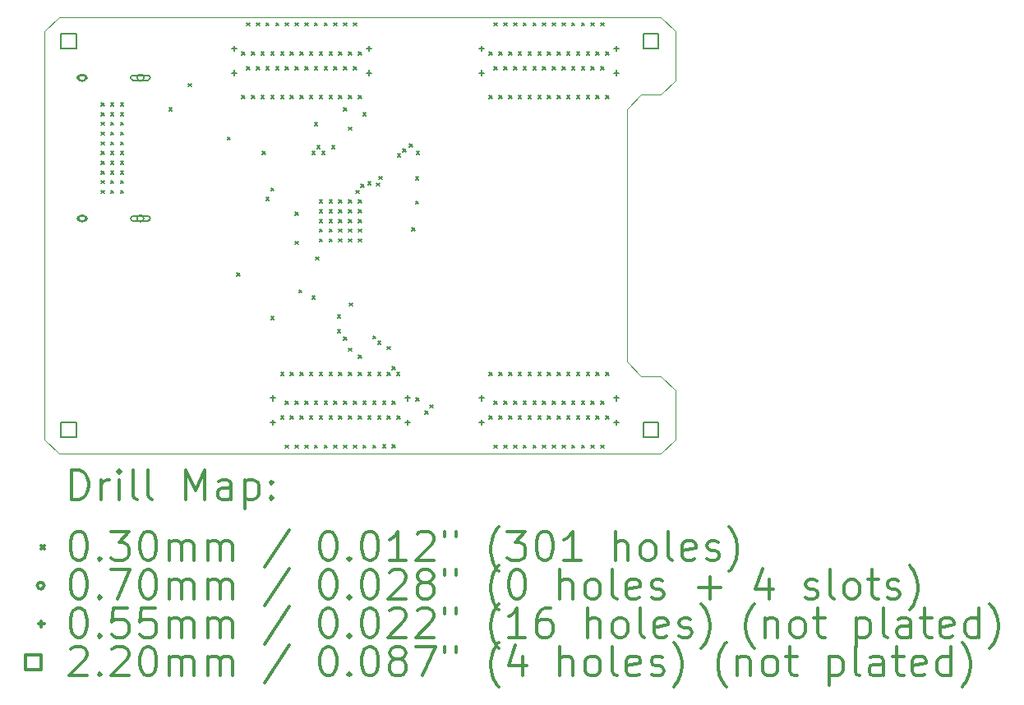
<source format=gbr>
%FSLAX45Y45*%
G04 Gerber Fmt 4.5, Leading zero omitted, Abs format (unit mm)*
G04 Created by KiCad (PCBNEW (5.1.2-1)-1) date 2020-04-01 22:23:00*
%MOMM*%
%LPD*%
G04 APERTURE LIST*
%ADD10C,0.050000*%
%ADD11C,0.200000*%
%ADD12C,0.300000*%
G04 APERTURE END LIST*
D10*
X1200000Y-1350000D02*
X1200000Y-5550000D01*
X1350000Y-1200000D02*
X1200000Y-1350000D01*
X7550000Y-1200000D02*
X1350000Y-1200000D01*
X7700000Y-1350000D02*
X7550000Y-1200000D01*
X7700000Y-1850000D02*
X7700000Y-1350000D01*
X7550000Y-2000000D02*
X7700000Y-1850000D01*
X7350000Y-2000000D02*
X7550000Y-2000000D01*
X7200000Y-2150000D02*
X7350000Y-2000000D01*
X7200000Y-4750000D02*
X7200000Y-2150000D01*
X7350000Y-4900000D02*
X7200000Y-4750000D01*
X7550000Y-4900000D02*
X7350000Y-4900000D01*
X7700000Y-5050000D02*
X7550000Y-4900000D01*
X7700000Y-5550000D02*
X7700000Y-5050000D01*
X7550000Y-5700000D02*
X7700000Y-5550000D01*
X1350000Y-5700000D02*
X7550000Y-5700000D01*
X1200000Y-5550000D02*
X1350000Y-5700000D01*
D11*
X1785000Y-2085000D02*
X1815000Y-2115000D01*
X1815000Y-2085000D02*
X1785000Y-2115000D01*
X1785000Y-2185000D02*
X1815000Y-2215000D01*
X1815000Y-2185000D02*
X1785000Y-2215000D01*
X1785000Y-2285000D02*
X1815000Y-2315000D01*
X1815000Y-2285000D02*
X1785000Y-2315000D01*
X1785000Y-2385000D02*
X1815000Y-2415000D01*
X1815000Y-2385000D02*
X1785000Y-2415000D01*
X1785000Y-2485000D02*
X1815000Y-2515000D01*
X1815000Y-2485000D02*
X1785000Y-2515000D01*
X1785000Y-2585000D02*
X1815000Y-2615000D01*
X1815000Y-2585000D02*
X1785000Y-2615000D01*
X1785000Y-2685000D02*
X1815000Y-2715000D01*
X1815000Y-2685000D02*
X1785000Y-2715000D01*
X1785000Y-2785000D02*
X1815000Y-2815000D01*
X1815000Y-2785000D02*
X1785000Y-2815000D01*
X1785000Y-2885000D02*
X1815000Y-2915000D01*
X1815000Y-2885000D02*
X1785000Y-2915000D01*
X1785000Y-2985000D02*
X1815000Y-3015000D01*
X1815000Y-2985000D02*
X1785000Y-3015000D01*
X1885000Y-2085000D02*
X1915000Y-2115000D01*
X1915000Y-2085000D02*
X1885000Y-2115000D01*
X1885000Y-2185000D02*
X1915000Y-2215000D01*
X1915000Y-2185000D02*
X1885000Y-2215000D01*
X1885000Y-2285000D02*
X1915000Y-2315000D01*
X1915000Y-2285000D02*
X1885000Y-2315000D01*
X1885000Y-2385000D02*
X1915000Y-2415000D01*
X1915000Y-2385000D02*
X1885000Y-2415000D01*
X1885000Y-2485000D02*
X1915000Y-2515000D01*
X1915000Y-2485000D02*
X1885000Y-2515000D01*
X1885000Y-2585000D02*
X1915000Y-2615000D01*
X1915000Y-2585000D02*
X1885000Y-2615000D01*
X1885000Y-2685000D02*
X1915000Y-2715000D01*
X1915000Y-2685000D02*
X1885000Y-2715000D01*
X1885000Y-2785000D02*
X1915000Y-2815000D01*
X1915000Y-2785000D02*
X1885000Y-2815000D01*
X1885000Y-2885000D02*
X1915000Y-2915000D01*
X1915000Y-2885000D02*
X1885000Y-2915000D01*
X1885000Y-2985000D02*
X1915000Y-3015000D01*
X1915000Y-2985000D02*
X1885000Y-3015000D01*
X1985000Y-2085000D02*
X2015000Y-2115000D01*
X2015000Y-2085000D02*
X1985000Y-2115000D01*
X1985000Y-2185000D02*
X2015000Y-2215000D01*
X2015000Y-2185000D02*
X1985000Y-2215000D01*
X1985000Y-2285000D02*
X2015000Y-2315000D01*
X2015000Y-2285000D02*
X1985000Y-2315000D01*
X1985000Y-2385000D02*
X2015000Y-2415000D01*
X2015000Y-2385000D02*
X1985000Y-2415000D01*
X1985000Y-2485000D02*
X2015000Y-2515000D01*
X2015000Y-2485000D02*
X1985000Y-2515000D01*
X1985000Y-2585000D02*
X2015000Y-2615000D01*
X2015000Y-2585000D02*
X1985000Y-2615000D01*
X1985000Y-2685000D02*
X2015000Y-2715000D01*
X2015000Y-2685000D02*
X1985000Y-2715000D01*
X1985000Y-2785000D02*
X2015000Y-2815000D01*
X2015000Y-2785000D02*
X1985000Y-2815000D01*
X1985000Y-2885000D02*
X2015000Y-2915000D01*
X2015000Y-2885000D02*
X1985000Y-2915000D01*
X1985000Y-2985000D02*
X2015000Y-3015000D01*
X2015000Y-2985000D02*
X1985000Y-3015000D01*
X2485000Y-2135000D02*
X2515000Y-2165000D01*
X2515000Y-2135000D02*
X2485000Y-2165000D01*
X2685000Y-1885000D02*
X2715000Y-1915000D01*
X2715000Y-1885000D02*
X2685000Y-1915000D01*
X3085000Y-2435000D02*
X3115000Y-2465000D01*
X3115000Y-2435000D02*
X3085000Y-2465000D01*
X3185000Y-3835000D02*
X3215000Y-3865000D01*
X3215000Y-3835000D02*
X3185000Y-3865000D01*
X3235000Y-1560000D02*
X3265000Y-1590000D01*
X3265000Y-1560000D02*
X3235000Y-1590000D01*
X3235000Y-2010000D02*
X3265000Y-2040000D01*
X3265000Y-2010000D02*
X3235000Y-2040000D01*
X3285000Y-1260000D02*
X3315000Y-1290000D01*
X3315000Y-1260000D02*
X3285000Y-1290000D01*
X3285000Y-1710000D02*
X3315000Y-1740000D01*
X3315000Y-1710000D02*
X3285000Y-1740000D01*
X3335000Y-1560000D02*
X3365000Y-1590000D01*
X3365000Y-1560000D02*
X3335000Y-1590000D01*
X3335000Y-2010000D02*
X3365000Y-2040000D01*
X3365000Y-2010000D02*
X3335000Y-2040000D01*
X3385000Y-1260000D02*
X3415000Y-1290000D01*
X3415000Y-1260000D02*
X3385000Y-1290000D01*
X3385000Y-1710000D02*
X3415000Y-1740000D01*
X3415000Y-1710000D02*
X3385000Y-1740000D01*
X3435000Y-1560000D02*
X3465000Y-1590000D01*
X3465000Y-1560000D02*
X3435000Y-1590000D01*
X3435000Y-2010000D02*
X3465000Y-2040000D01*
X3465000Y-2010000D02*
X3435000Y-2040000D01*
X3447500Y-2585000D02*
X3477500Y-2615000D01*
X3477500Y-2585000D02*
X3447500Y-2615000D01*
X3485000Y-1260000D02*
X3515000Y-1290000D01*
X3515000Y-1260000D02*
X3485000Y-1290000D01*
X3485000Y-1710000D02*
X3515000Y-1740000D01*
X3515000Y-1710000D02*
X3485000Y-1740000D01*
X3485000Y-3060000D02*
X3515000Y-3090000D01*
X3515000Y-3060000D02*
X3485000Y-3090000D01*
X3535000Y-1560000D02*
X3565000Y-1590000D01*
X3565000Y-1560000D02*
X3535000Y-1590000D01*
X3535000Y-2010000D02*
X3565000Y-2040000D01*
X3565000Y-2010000D02*
X3535000Y-2040000D01*
X3535000Y-2960000D02*
X3565000Y-2990000D01*
X3565000Y-2960000D02*
X3535000Y-2990000D01*
X3535000Y-4285000D02*
X3565000Y-4315000D01*
X3565000Y-4285000D02*
X3535000Y-4315000D01*
X3585000Y-1260000D02*
X3615000Y-1290000D01*
X3615000Y-1260000D02*
X3585000Y-1290000D01*
X3585000Y-1710000D02*
X3615000Y-1740000D01*
X3615000Y-1710000D02*
X3585000Y-1740000D01*
X3635000Y-1560000D02*
X3665000Y-1590000D01*
X3665000Y-1560000D02*
X3635000Y-1590000D01*
X3635000Y-2010000D02*
X3665000Y-2040000D01*
X3665000Y-2010000D02*
X3635000Y-2040000D01*
X3635000Y-4860000D02*
X3665000Y-4890000D01*
X3665000Y-4860000D02*
X3635000Y-4890000D01*
X3635000Y-5310000D02*
X3665000Y-5340000D01*
X3665000Y-5310000D02*
X3635000Y-5340000D01*
X3685000Y-1260000D02*
X3715000Y-1290000D01*
X3715000Y-1260000D02*
X3685000Y-1290000D01*
X3685000Y-1710000D02*
X3715000Y-1740000D01*
X3715000Y-1710000D02*
X3685000Y-1740000D01*
X3685000Y-5160000D02*
X3715000Y-5190000D01*
X3715000Y-5160000D02*
X3685000Y-5190000D01*
X3685000Y-5609999D02*
X3715000Y-5639999D01*
X3715000Y-5609999D02*
X3685000Y-5639999D01*
X3735000Y-1560000D02*
X3765000Y-1590000D01*
X3765000Y-1560000D02*
X3735000Y-1590000D01*
X3735000Y-2010000D02*
X3765000Y-2040000D01*
X3765000Y-2010000D02*
X3735000Y-2040000D01*
X3735000Y-4860001D02*
X3765000Y-4890001D01*
X3765000Y-4860001D02*
X3735000Y-4890001D01*
X3735000Y-5310000D02*
X3765000Y-5340000D01*
X3765000Y-5310000D02*
X3735000Y-5340000D01*
X3785000Y-1260000D02*
X3815000Y-1290000D01*
X3815000Y-1260000D02*
X3785000Y-1290000D01*
X3785000Y-1710000D02*
X3815000Y-1740000D01*
X3815000Y-1710000D02*
X3785000Y-1740000D01*
X3785000Y-3210000D02*
X3815000Y-3240000D01*
X3815000Y-3210000D02*
X3785000Y-3240000D01*
X3785000Y-3510000D02*
X3815000Y-3540000D01*
X3815000Y-3510000D02*
X3785000Y-3540000D01*
X3785000Y-5160000D02*
X3815000Y-5190000D01*
X3815000Y-5160000D02*
X3785000Y-5190000D01*
X3785000Y-5610000D02*
X3815000Y-5640000D01*
X3815000Y-5610000D02*
X3785000Y-5640000D01*
X3822500Y-4010000D02*
X3852500Y-4040000D01*
X3852500Y-4010000D02*
X3822500Y-4040000D01*
X3835000Y-1560000D02*
X3865000Y-1590000D01*
X3865000Y-1560000D02*
X3835000Y-1590000D01*
X3835000Y-2010000D02*
X3865000Y-2040000D01*
X3865000Y-2010000D02*
X3835000Y-2040000D01*
X3835000Y-4860001D02*
X3865000Y-4890001D01*
X3865000Y-4860001D02*
X3835000Y-4890001D01*
X3835000Y-5310000D02*
X3865000Y-5340000D01*
X3865000Y-5310000D02*
X3835000Y-5340000D01*
X3885000Y-1260000D02*
X3915000Y-1290000D01*
X3915000Y-1260000D02*
X3885000Y-1290000D01*
X3885000Y-1710000D02*
X3915000Y-1740000D01*
X3915000Y-1710000D02*
X3885000Y-1740000D01*
X3885000Y-5160000D02*
X3915000Y-5190000D01*
X3915000Y-5160000D02*
X3885000Y-5190000D01*
X3885000Y-5610000D02*
X3915000Y-5640000D01*
X3915000Y-5610000D02*
X3885000Y-5640000D01*
X3935000Y-1560000D02*
X3965000Y-1590000D01*
X3965000Y-1560000D02*
X3935000Y-1590000D01*
X3935000Y-2010000D02*
X3965000Y-2040000D01*
X3965000Y-2010000D02*
X3935000Y-2040000D01*
X3935000Y-4860000D02*
X3965000Y-4890000D01*
X3965000Y-4860000D02*
X3935000Y-4890000D01*
X3935000Y-5310000D02*
X3965000Y-5340000D01*
X3965000Y-5310000D02*
X3935000Y-5340000D01*
X3959680Y-4072500D02*
X3989680Y-4102500D01*
X3989680Y-4072500D02*
X3959680Y-4102500D01*
X3960000Y-2585000D02*
X3990000Y-2615000D01*
X3990000Y-2585000D02*
X3960000Y-2615000D01*
X3985000Y-1260000D02*
X4015000Y-1290000D01*
X4015000Y-1260000D02*
X3985000Y-1290000D01*
X3985000Y-1710000D02*
X4015000Y-1740000D01*
X4015000Y-1710000D02*
X3985000Y-1740000D01*
X3985000Y-2287700D02*
X4015000Y-2317700D01*
X4015000Y-2287700D02*
X3985000Y-2317700D01*
X3985000Y-5160000D02*
X4015000Y-5190000D01*
X4015000Y-5160000D02*
X3985000Y-5190000D01*
X3985000Y-5610000D02*
X4015000Y-5640000D01*
X4015000Y-5610000D02*
X3985000Y-5640000D01*
X3997500Y-3672500D02*
X4027500Y-3702500D01*
X4027500Y-3672500D02*
X3997500Y-3702500D01*
X4010000Y-2522500D02*
X4040000Y-2552500D01*
X4040000Y-2522500D02*
X4010000Y-2552500D01*
X4035000Y-1560000D02*
X4065000Y-1590000D01*
X4065000Y-1560000D02*
X4035000Y-1590000D01*
X4035000Y-2010000D02*
X4065000Y-2040000D01*
X4065000Y-2010000D02*
X4035000Y-2040000D01*
X4035000Y-4859999D02*
X4065000Y-4889999D01*
X4065000Y-4859999D02*
X4035000Y-4889999D01*
X4035000Y-5310000D02*
X4065000Y-5340000D01*
X4065000Y-5310000D02*
X4035000Y-5340000D01*
X4060001Y-2585000D02*
X4090001Y-2615000D01*
X4090001Y-2585000D02*
X4060001Y-2615000D01*
X4085000Y-1260000D02*
X4115000Y-1290000D01*
X4115000Y-1260000D02*
X4085000Y-1290000D01*
X4085000Y-1710000D02*
X4115000Y-1740000D01*
X4115000Y-1710000D02*
X4085000Y-1740000D01*
X4085000Y-5160000D02*
X4115000Y-5190000D01*
X4115000Y-5160000D02*
X4085000Y-5190000D01*
X4085000Y-5610000D02*
X4115000Y-5640000D01*
X4115000Y-5610000D02*
X4085000Y-5640000D01*
X4135000Y-1560000D02*
X4165000Y-1590000D01*
X4165000Y-1560000D02*
X4135000Y-1590000D01*
X4135000Y-2010000D02*
X4165000Y-2040000D01*
X4165000Y-2010000D02*
X4135000Y-2040000D01*
X4135000Y-4859999D02*
X4165000Y-4889999D01*
X4165000Y-4859999D02*
X4135000Y-4889999D01*
X4135000Y-5310000D02*
X4165000Y-5340000D01*
X4165000Y-5310000D02*
X4135000Y-5340000D01*
X4160950Y-2522500D02*
X4190950Y-2552500D01*
X4190950Y-2522500D02*
X4160950Y-2552500D01*
X4185000Y-1260000D02*
X4215000Y-1290000D01*
X4215000Y-1260000D02*
X4185000Y-1290000D01*
X4185000Y-1710000D02*
X4215000Y-1740000D01*
X4215000Y-1710000D02*
X4185000Y-1740000D01*
X4185000Y-5160000D02*
X4215000Y-5190000D01*
X4215000Y-5160000D02*
X4185000Y-5190000D01*
X4185000Y-5610000D02*
X4215000Y-5640000D01*
X4215000Y-5610000D02*
X4185000Y-5640000D01*
X4219066Y-4269066D02*
X4249066Y-4299066D01*
X4249066Y-4269066D02*
X4219066Y-4299066D01*
X4222500Y-4422500D02*
X4252500Y-4452500D01*
X4252500Y-4422500D02*
X4222500Y-4452500D01*
X4235000Y-1560000D02*
X4265000Y-1590000D01*
X4265000Y-1560000D02*
X4235000Y-1590000D01*
X4235000Y-2010000D02*
X4265000Y-2040000D01*
X4265000Y-2010000D02*
X4235000Y-2040000D01*
X4235000Y-4860000D02*
X4265000Y-4890000D01*
X4265000Y-4860000D02*
X4235000Y-4890000D01*
X4235000Y-5310000D02*
X4265000Y-5340000D01*
X4265000Y-5310000D02*
X4235000Y-5340000D01*
X4285000Y-1260000D02*
X4315000Y-1290000D01*
X4315000Y-1260000D02*
X4285000Y-1290000D01*
X4285000Y-1710000D02*
X4315000Y-1740000D01*
X4315000Y-1710000D02*
X4285000Y-1740000D01*
X4285000Y-2135000D02*
X4315000Y-2165000D01*
X4315000Y-2135000D02*
X4285000Y-2165000D01*
X4285000Y-4497500D02*
X4315000Y-4527500D01*
X4315000Y-4497500D02*
X4285000Y-4527500D01*
X4285000Y-5160000D02*
X4315000Y-5190000D01*
X4315000Y-5160000D02*
X4285000Y-5190000D01*
X4285000Y-5610000D02*
X4315000Y-5640000D01*
X4315000Y-5610000D02*
X4285000Y-5640000D01*
X4335000Y-1560000D02*
X4365000Y-1590000D01*
X4365000Y-1560000D02*
X4335000Y-1590000D01*
X4335000Y-2010000D02*
X4365000Y-2040000D01*
X4365000Y-2010000D02*
X4335000Y-2040000D01*
X4335000Y-2335000D02*
X4365000Y-2365000D01*
X4365000Y-2335000D02*
X4335000Y-2365000D01*
X4335000Y-4610000D02*
X4365000Y-4640000D01*
X4365000Y-4610000D02*
X4335000Y-4640000D01*
X4335000Y-4860000D02*
X4365000Y-4890000D01*
X4365000Y-4860000D02*
X4335000Y-4890000D01*
X4335000Y-5310000D02*
X4365000Y-5340000D01*
X4365000Y-5310000D02*
X4335000Y-5340000D01*
X4343906Y-4144226D02*
X4373906Y-4174226D01*
X4373906Y-4144226D02*
X4343906Y-4174226D01*
X4385000Y-1260000D02*
X4415000Y-1290000D01*
X4415000Y-1260000D02*
X4385000Y-1290000D01*
X4385000Y-1710000D02*
X4415000Y-1740000D01*
X4415000Y-1710000D02*
X4385000Y-1740000D01*
X4385000Y-5160000D02*
X4415000Y-5190000D01*
X4415000Y-5160000D02*
X4385000Y-5190000D01*
X4385000Y-5610000D02*
X4415000Y-5640000D01*
X4415000Y-5610000D02*
X4385000Y-5640000D01*
X4410000Y-2985000D02*
X4440000Y-3015000D01*
X4440000Y-2985000D02*
X4410000Y-3015000D01*
X4435000Y-1560000D02*
X4465000Y-1590000D01*
X4465000Y-1560000D02*
X4435000Y-1590000D01*
X4435000Y-2010000D02*
X4465000Y-2040000D01*
X4465000Y-2010000D02*
X4435000Y-2040000D01*
X4435000Y-4685000D02*
X4465000Y-4715000D01*
X4465000Y-4685000D02*
X4435000Y-4715000D01*
X4435000Y-4859999D02*
X4465000Y-4889999D01*
X4465000Y-4859999D02*
X4435000Y-4889999D01*
X4435000Y-5310000D02*
X4465000Y-5340000D01*
X4465000Y-5310000D02*
X4435000Y-5340000D01*
X4460000Y-2922500D02*
X4490000Y-2952500D01*
X4490000Y-2922500D02*
X4460000Y-2952500D01*
X4485000Y-2185000D02*
X4515000Y-2215000D01*
X4515000Y-2185000D02*
X4485000Y-2215000D01*
X4485000Y-5160001D02*
X4515000Y-5190001D01*
X4515000Y-5160001D02*
X4485000Y-5190001D01*
X4485000Y-5610000D02*
X4515000Y-5640000D01*
X4515000Y-5610000D02*
X4485000Y-5640000D01*
X4535000Y-2897500D02*
X4565000Y-2927500D01*
X4565000Y-2897500D02*
X4535000Y-2927500D01*
X4535000Y-4860000D02*
X4565000Y-4890000D01*
X4565000Y-4860000D02*
X4535000Y-4890000D01*
X4535000Y-5310000D02*
X4565000Y-5340000D01*
X4565000Y-5310000D02*
X4535000Y-5340000D01*
X4585000Y-4485000D02*
X4615000Y-4515000D01*
X4615000Y-4485000D02*
X4585000Y-4515000D01*
X4585000Y-5160000D02*
X4615000Y-5190000D01*
X4615000Y-5160000D02*
X4585000Y-5190000D01*
X4585000Y-5610000D02*
X4615000Y-5640000D01*
X4615000Y-5610000D02*
X4585000Y-5640000D01*
X4622500Y-2910000D02*
X4652500Y-2940000D01*
X4652500Y-2910000D02*
X4622500Y-2940000D01*
X4635000Y-4541780D02*
X4665000Y-4571780D01*
X4665000Y-4541780D02*
X4635000Y-4571780D01*
X4635000Y-4859999D02*
X4665000Y-4889999D01*
X4665000Y-4859999D02*
X4635000Y-4889999D01*
X4635000Y-5310000D02*
X4665000Y-5340000D01*
X4665000Y-5310000D02*
X4635000Y-5340000D01*
X4649500Y-2842500D02*
X4679500Y-2872500D01*
X4679500Y-2842500D02*
X4649500Y-2872500D01*
X4685000Y-5160000D02*
X4715000Y-5190000D01*
X4715000Y-5160000D02*
X4685000Y-5190000D01*
X4685000Y-5606777D02*
X4715000Y-5636777D01*
X4715000Y-5606777D02*
X4685000Y-5636777D01*
X4735000Y-4594640D02*
X4765000Y-4624640D01*
X4765000Y-4594640D02*
X4735000Y-4624640D01*
X4735000Y-4859999D02*
X4765000Y-4889999D01*
X4765000Y-4859999D02*
X4735000Y-4889999D01*
X4735000Y-5310000D02*
X4765000Y-5340000D01*
X4765000Y-5310000D02*
X4735000Y-5340000D01*
X4784484Y-5159484D02*
X4814484Y-5189484D01*
X4814484Y-5159484D02*
X4784484Y-5189484D01*
X4785000Y-5606776D02*
X4815000Y-5636776D01*
X4815000Y-5606776D02*
X4785000Y-5636776D01*
X4785505Y-4803437D02*
X4815505Y-4833437D01*
X4815505Y-4803437D02*
X4785505Y-4833437D01*
X4831859Y-4859443D02*
X4861859Y-4889443D01*
X4861859Y-4859443D02*
X4831859Y-4889443D01*
X4835000Y-5310321D02*
X4865000Y-5340321D01*
X4865000Y-5310321D02*
X4835000Y-5340321D01*
X4838480Y-2608100D02*
X4868480Y-2638100D01*
X4868480Y-2608100D02*
X4838480Y-2638100D01*
X4894975Y-2559050D02*
X4924975Y-2589050D01*
X4924975Y-2559050D02*
X4894975Y-2589050D01*
X4960000Y-2510000D02*
X4990000Y-2540000D01*
X4990000Y-2510000D02*
X4960000Y-2540000D01*
X4985000Y-3372500D02*
X5015000Y-3402500D01*
X5015000Y-3372500D02*
X4985000Y-3402500D01*
X5024160Y-2845840D02*
X5054160Y-2875840D01*
X5054160Y-2845840D02*
X5024160Y-2875840D01*
X5024160Y-3095840D02*
X5054160Y-3125840D01*
X5054160Y-3095840D02*
X5024160Y-3125840D01*
X5028141Y-5124307D02*
X5058141Y-5154307D01*
X5058141Y-5124307D02*
X5028141Y-5154307D01*
X5035000Y-2585000D02*
X5065000Y-2615000D01*
X5065000Y-2585000D02*
X5035000Y-2615000D01*
X5122500Y-5260000D02*
X5152500Y-5290000D01*
X5152500Y-5260000D02*
X5122500Y-5290000D01*
X5172821Y-5194297D02*
X5202821Y-5224297D01*
X5202821Y-5194297D02*
X5172821Y-5224297D01*
X5785000Y-1560000D02*
X5815000Y-1590000D01*
X5815000Y-1560000D02*
X5785000Y-1590000D01*
X5785000Y-2010000D02*
X5815000Y-2040000D01*
X5815000Y-2010000D02*
X5785000Y-2040000D01*
X5785000Y-4860000D02*
X5815000Y-4890000D01*
X5815000Y-4860000D02*
X5785000Y-4890000D01*
X5785000Y-5310000D02*
X5815000Y-5340000D01*
X5815000Y-5310000D02*
X5785000Y-5340000D01*
X5835000Y-1260000D02*
X5865000Y-1290000D01*
X5865000Y-1260000D02*
X5835000Y-1290000D01*
X5835000Y-1710000D02*
X5865000Y-1740000D01*
X5865000Y-1710000D02*
X5835000Y-1740000D01*
X5835000Y-5160000D02*
X5865000Y-5190000D01*
X5865000Y-5160000D02*
X5835000Y-5190000D01*
X5835000Y-5610000D02*
X5865000Y-5640000D01*
X5865000Y-5610000D02*
X5835000Y-5640000D01*
X5885000Y-1560000D02*
X5915000Y-1590000D01*
X5915000Y-1560000D02*
X5885000Y-1590000D01*
X5885000Y-2010000D02*
X5915000Y-2040000D01*
X5915000Y-2010000D02*
X5885000Y-2040000D01*
X5885000Y-4860000D02*
X5915000Y-4890000D01*
X5915000Y-4860000D02*
X5885000Y-4890000D01*
X5885000Y-5310000D02*
X5915000Y-5340000D01*
X5915000Y-5310000D02*
X5885000Y-5340000D01*
X5935000Y-1260000D02*
X5965000Y-1290000D01*
X5965000Y-1260000D02*
X5935000Y-1290000D01*
X5935000Y-1710000D02*
X5965000Y-1740000D01*
X5965000Y-1710000D02*
X5935000Y-1740000D01*
X5935000Y-5160000D02*
X5965000Y-5190000D01*
X5965000Y-5160000D02*
X5935000Y-5190000D01*
X5935000Y-5610000D02*
X5965000Y-5640000D01*
X5965000Y-5610000D02*
X5935000Y-5640000D01*
X5985000Y-1560000D02*
X6015000Y-1590000D01*
X6015000Y-1560000D02*
X5985000Y-1590000D01*
X5985000Y-2010000D02*
X6015000Y-2040000D01*
X6015000Y-2010000D02*
X5985000Y-2040000D01*
X5985000Y-4860000D02*
X6015000Y-4890000D01*
X6015000Y-4860000D02*
X5985000Y-4890000D01*
X5985000Y-5310000D02*
X6015000Y-5340000D01*
X6015000Y-5310000D02*
X5985000Y-5340000D01*
X6035000Y-1260000D02*
X6065000Y-1290000D01*
X6065000Y-1260000D02*
X6035000Y-1290000D01*
X6035000Y-1710000D02*
X6065000Y-1740000D01*
X6065000Y-1710000D02*
X6035000Y-1740000D01*
X6035000Y-5160000D02*
X6065000Y-5190000D01*
X6065000Y-5160000D02*
X6035000Y-5190000D01*
X6035000Y-5610000D02*
X6065000Y-5640000D01*
X6065000Y-5610000D02*
X6035000Y-5640000D01*
X6085000Y-1560000D02*
X6115000Y-1590000D01*
X6115000Y-1560000D02*
X6085000Y-1590000D01*
X6085000Y-2010000D02*
X6115000Y-2040000D01*
X6115000Y-2010000D02*
X6085000Y-2040000D01*
X6085000Y-4860000D02*
X6115000Y-4890000D01*
X6115000Y-4860000D02*
X6085000Y-4890000D01*
X6085000Y-5310000D02*
X6115000Y-5340000D01*
X6115000Y-5310000D02*
X6085000Y-5340000D01*
X6135000Y-1260000D02*
X6165000Y-1290000D01*
X6165000Y-1260000D02*
X6135000Y-1290000D01*
X6135000Y-1710000D02*
X6165000Y-1740000D01*
X6165000Y-1710000D02*
X6135000Y-1740000D01*
X6135000Y-5160000D02*
X6165000Y-5190000D01*
X6165000Y-5160000D02*
X6135000Y-5190000D01*
X6135000Y-5610000D02*
X6165000Y-5640000D01*
X6165000Y-5610000D02*
X6135000Y-5640000D01*
X6185000Y-1560000D02*
X6215000Y-1590000D01*
X6215000Y-1560000D02*
X6185000Y-1590000D01*
X6185000Y-2010000D02*
X6215000Y-2040000D01*
X6215000Y-2010000D02*
X6185000Y-2040000D01*
X6185000Y-4860000D02*
X6215000Y-4890000D01*
X6215000Y-4860000D02*
X6185000Y-4890000D01*
X6185000Y-5310000D02*
X6215000Y-5340000D01*
X6215000Y-5310000D02*
X6185000Y-5340000D01*
X6235000Y-1260000D02*
X6265000Y-1290000D01*
X6265000Y-1260000D02*
X6235000Y-1290000D01*
X6235000Y-1710000D02*
X6265000Y-1740000D01*
X6265000Y-1710000D02*
X6235000Y-1740000D01*
X6235000Y-5160000D02*
X6265000Y-5190000D01*
X6265000Y-5160000D02*
X6235000Y-5190000D01*
X6235000Y-5610000D02*
X6265000Y-5640000D01*
X6265000Y-5610000D02*
X6235000Y-5640000D01*
X6285000Y-1560000D02*
X6315000Y-1590000D01*
X6315000Y-1560000D02*
X6285000Y-1590000D01*
X6285000Y-2010000D02*
X6315000Y-2040000D01*
X6315000Y-2010000D02*
X6285000Y-2040000D01*
X6285000Y-4860000D02*
X6315000Y-4890000D01*
X6315000Y-4860000D02*
X6285000Y-4890000D01*
X6285000Y-5310000D02*
X6315000Y-5340000D01*
X6315000Y-5310000D02*
X6285000Y-5340000D01*
X6335000Y-1260000D02*
X6365000Y-1290000D01*
X6365000Y-1260000D02*
X6335000Y-1290000D01*
X6335000Y-1710000D02*
X6365000Y-1740000D01*
X6365000Y-1710000D02*
X6335000Y-1740000D01*
X6335000Y-5160000D02*
X6365000Y-5190000D01*
X6365000Y-5160000D02*
X6335000Y-5190000D01*
X6335000Y-5610000D02*
X6365000Y-5640000D01*
X6365000Y-5610000D02*
X6335000Y-5640000D01*
X6385000Y-1560000D02*
X6415000Y-1590000D01*
X6415000Y-1560000D02*
X6385000Y-1590000D01*
X6385000Y-2010000D02*
X6415000Y-2040000D01*
X6415000Y-2010000D02*
X6385000Y-2040000D01*
X6385000Y-4860000D02*
X6415000Y-4890000D01*
X6415000Y-4860000D02*
X6385000Y-4890000D01*
X6385000Y-5310000D02*
X6415000Y-5340000D01*
X6415000Y-5310000D02*
X6385000Y-5340000D01*
X6435000Y-1260000D02*
X6465000Y-1290000D01*
X6465000Y-1260000D02*
X6435000Y-1290000D01*
X6435000Y-1710000D02*
X6465000Y-1740000D01*
X6465000Y-1710000D02*
X6435000Y-1740000D01*
X6435000Y-5160000D02*
X6465000Y-5190000D01*
X6465000Y-5160000D02*
X6435000Y-5190000D01*
X6435000Y-5610000D02*
X6465000Y-5640000D01*
X6465000Y-5610000D02*
X6435000Y-5640000D01*
X6485000Y-1560000D02*
X6515000Y-1590000D01*
X6515000Y-1560000D02*
X6485000Y-1590000D01*
X6485000Y-2010000D02*
X6515000Y-2040000D01*
X6515000Y-2010000D02*
X6485000Y-2040000D01*
X6485000Y-4860000D02*
X6515000Y-4890000D01*
X6515000Y-4860000D02*
X6485000Y-4890000D01*
X6485000Y-5310000D02*
X6515000Y-5340000D01*
X6515000Y-5310000D02*
X6485000Y-5340000D01*
X6535000Y-1260000D02*
X6565000Y-1290000D01*
X6565000Y-1260000D02*
X6535000Y-1290000D01*
X6535000Y-1710000D02*
X6565000Y-1740000D01*
X6565000Y-1710000D02*
X6535000Y-1740000D01*
X6535000Y-5160000D02*
X6565000Y-5190000D01*
X6565000Y-5160000D02*
X6535000Y-5190000D01*
X6535000Y-5610000D02*
X6565000Y-5640000D01*
X6565000Y-5610000D02*
X6535000Y-5640000D01*
X6585000Y-1560000D02*
X6615000Y-1590000D01*
X6615000Y-1560000D02*
X6585000Y-1590000D01*
X6585000Y-2010000D02*
X6615000Y-2040000D01*
X6615000Y-2010000D02*
X6585000Y-2040000D01*
X6585000Y-4860000D02*
X6615000Y-4890000D01*
X6615000Y-4860000D02*
X6585000Y-4890000D01*
X6585000Y-5310000D02*
X6615000Y-5340000D01*
X6615000Y-5310000D02*
X6585000Y-5340000D01*
X6635000Y-1260000D02*
X6665000Y-1290000D01*
X6665000Y-1260000D02*
X6635000Y-1290000D01*
X6635000Y-1710000D02*
X6665000Y-1740000D01*
X6665000Y-1710000D02*
X6635000Y-1740000D01*
X6635000Y-5160000D02*
X6665000Y-5190000D01*
X6665000Y-5160000D02*
X6635000Y-5190000D01*
X6635000Y-5610000D02*
X6665000Y-5640000D01*
X6665000Y-5610000D02*
X6635000Y-5640000D01*
X6685000Y-1560000D02*
X6715000Y-1590000D01*
X6715000Y-1560000D02*
X6685000Y-1590000D01*
X6685000Y-2010000D02*
X6715000Y-2040000D01*
X6715000Y-2010000D02*
X6685000Y-2040000D01*
X6685000Y-4860000D02*
X6715000Y-4890000D01*
X6715000Y-4860000D02*
X6685000Y-4890000D01*
X6685000Y-5310000D02*
X6715000Y-5340000D01*
X6715000Y-5310000D02*
X6685000Y-5340000D01*
X6735000Y-1260000D02*
X6765000Y-1290000D01*
X6765000Y-1260000D02*
X6735000Y-1290000D01*
X6735000Y-1710000D02*
X6765000Y-1740000D01*
X6765000Y-1710000D02*
X6735000Y-1740000D01*
X6735000Y-5160000D02*
X6765000Y-5190000D01*
X6765000Y-5160000D02*
X6735000Y-5190000D01*
X6735000Y-5610000D02*
X6765000Y-5640000D01*
X6765000Y-5610000D02*
X6735000Y-5640000D01*
X6785000Y-1560000D02*
X6815000Y-1590000D01*
X6815000Y-1560000D02*
X6785000Y-1590000D01*
X6785000Y-2010000D02*
X6815000Y-2040000D01*
X6815000Y-2010000D02*
X6785000Y-2040000D01*
X6785000Y-4860000D02*
X6815000Y-4890000D01*
X6815000Y-4860000D02*
X6785000Y-4890000D01*
X6785000Y-5310000D02*
X6815000Y-5340000D01*
X6815000Y-5310000D02*
X6785000Y-5340000D01*
X6835000Y-1260000D02*
X6865000Y-1290000D01*
X6865000Y-1260000D02*
X6835000Y-1290000D01*
X6835000Y-1710000D02*
X6865000Y-1740000D01*
X6865000Y-1710000D02*
X6835000Y-1740000D01*
X6835000Y-5160000D02*
X6865000Y-5190000D01*
X6865000Y-5160000D02*
X6835000Y-5190000D01*
X6835000Y-5610000D02*
X6865000Y-5640000D01*
X6865000Y-5610000D02*
X6835000Y-5640000D01*
X6885000Y-1560000D02*
X6915000Y-1590000D01*
X6915000Y-1560000D02*
X6885000Y-1590000D01*
X6885000Y-2010000D02*
X6915000Y-2040000D01*
X6915000Y-2010000D02*
X6885000Y-2040000D01*
X6885000Y-4860000D02*
X6915000Y-4890000D01*
X6915000Y-4860000D02*
X6885000Y-4890000D01*
X6885000Y-5310000D02*
X6915000Y-5340000D01*
X6915000Y-5310000D02*
X6885000Y-5340000D01*
X6935000Y-1260000D02*
X6965000Y-1290000D01*
X6965000Y-1260000D02*
X6935000Y-1290000D01*
X6935000Y-1710000D02*
X6965000Y-1740000D01*
X6965000Y-1710000D02*
X6935000Y-1740000D01*
X6935000Y-5160000D02*
X6965000Y-5190000D01*
X6965000Y-5160000D02*
X6935000Y-5190000D01*
X6935000Y-5610000D02*
X6965000Y-5640000D01*
X6965000Y-5610000D02*
X6935000Y-5640000D01*
X6985000Y-1560000D02*
X7015000Y-1590000D01*
X7015000Y-1560000D02*
X6985000Y-1590000D01*
X6985000Y-2010000D02*
X7015000Y-2040000D01*
X7015000Y-2010000D02*
X6985000Y-2040000D01*
X6985000Y-4860000D02*
X7015000Y-4890000D01*
X7015000Y-4860000D02*
X6985000Y-4890000D01*
X6985000Y-5310000D02*
X7015000Y-5340000D01*
X7015000Y-5310000D02*
X6985000Y-5340000D01*
X4035000Y-3085000D02*
X4065000Y-3115000D01*
X4065000Y-3085000D02*
X4035000Y-3115000D01*
X4035000Y-3185000D02*
X4065000Y-3215000D01*
X4065000Y-3185000D02*
X4035000Y-3215000D01*
X4035000Y-3285000D02*
X4065000Y-3315000D01*
X4065000Y-3285000D02*
X4035000Y-3315000D01*
X4035000Y-3385000D02*
X4065000Y-3415000D01*
X4065000Y-3385000D02*
X4035000Y-3415000D01*
X4035000Y-3485000D02*
X4065000Y-3515000D01*
X4065000Y-3485000D02*
X4035000Y-3515000D01*
X4135000Y-3085000D02*
X4165000Y-3115000D01*
X4165000Y-3085000D02*
X4135000Y-3115000D01*
X4135000Y-3185000D02*
X4165000Y-3215000D01*
X4165000Y-3185000D02*
X4135000Y-3215000D01*
X4135000Y-3285000D02*
X4165000Y-3315000D01*
X4165000Y-3285000D02*
X4135000Y-3315000D01*
X4135000Y-3385000D02*
X4165000Y-3415000D01*
X4165000Y-3385000D02*
X4135000Y-3415000D01*
X4135000Y-3485000D02*
X4165000Y-3515000D01*
X4165000Y-3485000D02*
X4135000Y-3515000D01*
X4235000Y-3085000D02*
X4265000Y-3115000D01*
X4265000Y-3085000D02*
X4235000Y-3115000D01*
X4235000Y-3185000D02*
X4265000Y-3215000D01*
X4265000Y-3185000D02*
X4235000Y-3215000D01*
X4235000Y-3285000D02*
X4265000Y-3315000D01*
X4265000Y-3285000D02*
X4235000Y-3315000D01*
X4235000Y-3385000D02*
X4265000Y-3415000D01*
X4265000Y-3385000D02*
X4235000Y-3415000D01*
X4235000Y-3485000D02*
X4265000Y-3515000D01*
X4265000Y-3485000D02*
X4235000Y-3515000D01*
X4335000Y-3085000D02*
X4365000Y-3115000D01*
X4365000Y-3085000D02*
X4335000Y-3115000D01*
X4335000Y-3185000D02*
X4365000Y-3215000D01*
X4365000Y-3185000D02*
X4335000Y-3215000D01*
X4335000Y-3285000D02*
X4365000Y-3315000D01*
X4365000Y-3285000D02*
X4335000Y-3315000D01*
X4335000Y-3385000D02*
X4365000Y-3415000D01*
X4365000Y-3385000D02*
X4335000Y-3415000D01*
X4335000Y-3485000D02*
X4365000Y-3515000D01*
X4365000Y-3485000D02*
X4335000Y-3515000D01*
X4435000Y-3085000D02*
X4465000Y-3115000D01*
X4465000Y-3085000D02*
X4435000Y-3115000D01*
X4435000Y-3185000D02*
X4465000Y-3215000D01*
X4465000Y-3185000D02*
X4435000Y-3215000D01*
X4435000Y-3285000D02*
X4465000Y-3315000D01*
X4465000Y-3285000D02*
X4435000Y-3315000D01*
X4435000Y-3385000D02*
X4465000Y-3415000D01*
X4465000Y-3385000D02*
X4435000Y-3415000D01*
X4435000Y-3485000D02*
X4465000Y-3515000D01*
X4465000Y-3485000D02*
X4435000Y-3515000D01*
X1625000Y-1825000D02*
G75*
G03X1625000Y-1825000I-35000J0D01*
G01*
X1615000Y-1800000D02*
X1565000Y-1800000D01*
X1615000Y-1850000D02*
X1565000Y-1850000D01*
X1565000Y-1800000D02*
G75*
G03X1565000Y-1850000I0J-25000D01*
G01*
X1615000Y-1850000D02*
G75*
G03X1615000Y-1800000I0J25000D01*
G01*
X1625000Y-3275000D02*
G75*
G03X1625000Y-3275000I-35000J0D01*
G01*
X1615000Y-3250000D02*
X1565000Y-3250000D01*
X1615000Y-3300000D02*
X1565000Y-3300000D01*
X1565000Y-3250000D02*
G75*
G03X1565000Y-3300000I0J-25000D01*
G01*
X1615000Y-3300000D02*
G75*
G03X1615000Y-3250000I0J25000D01*
G01*
X2225000Y-1825000D02*
G75*
G03X2225000Y-1825000I-35000J0D01*
G01*
X2265000Y-1800000D02*
X2115000Y-1800000D01*
X2265000Y-1850000D02*
X2115000Y-1850000D01*
X2115000Y-1800000D02*
G75*
G03X2115000Y-1850000I0J-25000D01*
G01*
X2265000Y-1850000D02*
G75*
G03X2265000Y-1800000I0J25000D01*
G01*
X2225000Y-3275000D02*
G75*
G03X2225000Y-3275000I-35000J0D01*
G01*
X2265000Y-3250000D02*
X2115000Y-3250000D01*
X2265000Y-3300000D02*
X2115000Y-3300000D01*
X2115000Y-3250000D02*
G75*
G03X2115000Y-3300000I0J-25000D01*
G01*
X2265000Y-3300000D02*
G75*
G03X2265000Y-3250000I0J25000D01*
G01*
X3155000Y-1497500D02*
X3155000Y-1552500D01*
X3127500Y-1525000D02*
X3182500Y-1525000D01*
X3155000Y-1747500D02*
X3155000Y-1802500D01*
X3127500Y-1775000D02*
X3182500Y-1775000D01*
X3555000Y-5097500D02*
X3555000Y-5152500D01*
X3527500Y-5125000D02*
X3582500Y-5125000D01*
X3555000Y-5347500D02*
X3555000Y-5402500D01*
X3527500Y-5375000D02*
X3582500Y-5375000D01*
X4545000Y-1497500D02*
X4545000Y-1552500D01*
X4517500Y-1525000D02*
X4572500Y-1525000D01*
X4545000Y-1747500D02*
X4545000Y-1802500D01*
X4517500Y-1775000D02*
X4572500Y-1775000D01*
X4945000Y-5097500D02*
X4945000Y-5152500D01*
X4917500Y-5125000D02*
X4972500Y-5125000D01*
X4945000Y-5347500D02*
X4945000Y-5402500D01*
X4917500Y-5375000D02*
X4972500Y-5375000D01*
X5705000Y-1497500D02*
X5705000Y-1552500D01*
X5677500Y-1525000D02*
X5732500Y-1525000D01*
X5705000Y-1747500D02*
X5705000Y-1802500D01*
X5677500Y-1775000D02*
X5732500Y-1775000D01*
X5705000Y-5097500D02*
X5705000Y-5152500D01*
X5677500Y-5125000D02*
X5732500Y-5125000D01*
X5705000Y-5347500D02*
X5705000Y-5402500D01*
X5677500Y-5375000D02*
X5732500Y-5375000D01*
X7095000Y-1497500D02*
X7095000Y-1552500D01*
X7067500Y-1525000D02*
X7122500Y-1525000D01*
X7095000Y-1747500D02*
X7095000Y-1802500D01*
X7067500Y-1775000D02*
X7122500Y-1775000D01*
X7095000Y-5097500D02*
X7095000Y-5152500D01*
X7067500Y-5125000D02*
X7122500Y-5125000D01*
X7095000Y-5347500D02*
X7095000Y-5402500D01*
X7067500Y-5375000D02*
X7122500Y-5375000D01*
X1527782Y-1527782D02*
X1527782Y-1372218D01*
X1372218Y-1372218D01*
X1372218Y-1527782D01*
X1527782Y-1527782D01*
X1527782Y-5527783D02*
X1527782Y-5372218D01*
X1372218Y-5372218D01*
X1372218Y-5527783D01*
X1527782Y-5527783D01*
X7527782Y-1527782D02*
X7527782Y-1372218D01*
X7372217Y-1372218D01*
X7372217Y-1527782D01*
X7527782Y-1527782D01*
X7527782Y-5527783D02*
X7527782Y-5372218D01*
X7372217Y-5372218D01*
X7372217Y-5527783D01*
X7527782Y-5527783D01*
D12*
X1483928Y-6168214D02*
X1483928Y-5868214D01*
X1555357Y-5868214D01*
X1598214Y-5882500D01*
X1626786Y-5911071D01*
X1641071Y-5939643D01*
X1655357Y-5996786D01*
X1655357Y-6039643D01*
X1641071Y-6096786D01*
X1626786Y-6125357D01*
X1598214Y-6153929D01*
X1555357Y-6168214D01*
X1483928Y-6168214D01*
X1783928Y-6168214D02*
X1783928Y-5968214D01*
X1783928Y-6025357D02*
X1798214Y-5996786D01*
X1812500Y-5982500D01*
X1841071Y-5968214D01*
X1869643Y-5968214D01*
X1969643Y-6168214D02*
X1969643Y-5968214D01*
X1969643Y-5868214D02*
X1955357Y-5882500D01*
X1969643Y-5896786D01*
X1983928Y-5882500D01*
X1969643Y-5868214D01*
X1969643Y-5896786D01*
X2155357Y-6168214D02*
X2126786Y-6153929D01*
X2112500Y-6125357D01*
X2112500Y-5868214D01*
X2312500Y-6168214D02*
X2283928Y-6153929D01*
X2269643Y-6125357D01*
X2269643Y-5868214D01*
X2655357Y-6168214D02*
X2655357Y-5868214D01*
X2755357Y-6082500D01*
X2855357Y-5868214D01*
X2855357Y-6168214D01*
X3126786Y-6168214D02*
X3126786Y-6011071D01*
X3112500Y-5982500D01*
X3083928Y-5968214D01*
X3026786Y-5968214D01*
X2998214Y-5982500D01*
X3126786Y-6153929D02*
X3098214Y-6168214D01*
X3026786Y-6168214D01*
X2998214Y-6153929D01*
X2983928Y-6125357D01*
X2983928Y-6096786D01*
X2998214Y-6068214D01*
X3026786Y-6053929D01*
X3098214Y-6053929D01*
X3126786Y-6039643D01*
X3269643Y-5968214D02*
X3269643Y-6268214D01*
X3269643Y-5982500D02*
X3298214Y-5968214D01*
X3355357Y-5968214D01*
X3383928Y-5982500D01*
X3398214Y-5996786D01*
X3412500Y-6025357D01*
X3412500Y-6111071D01*
X3398214Y-6139643D01*
X3383928Y-6153929D01*
X3355357Y-6168214D01*
X3298214Y-6168214D01*
X3269643Y-6153929D01*
X3541071Y-6139643D02*
X3555357Y-6153929D01*
X3541071Y-6168214D01*
X3526786Y-6153929D01*
X3541071Y-6139643D01*
X3541071Y-6168214D01*
X3541071Y-5982500D02*
X3555357Y-5996786D01*
X3541071Y-6011071D01*
X3526786Y-5996786D01*
X3541071Y-5982500D01*
X3541071Y-6011071D01*
X1167500Y-6647500D02*
X1197500Y-6677500D01*
X1197500Y-6647500D02*
X1167500Y-6677500D01*
X1541071Y-6498214D02*
X1569643Y-6498214D01*
X1598214Y-6512500D01*
X1612500Y-6526786D01*
X1626786Y-6555357D01*
X1641071Y-6612500D01*
X1641071Y-6683929D01*
X1626786Y-6741071D01*
X1612500Y-6769643D01*
X1598214Y-6783929D01*
X1569643Y-6798214D01*
X1541071Y-6798214D01*
X1512500Y-6783929D01*
X1498214Y-6769643D01*
X1483928Y-6741071D01*
X1469643Y-6683929D01*
X1469643Y-6612500D01*
X1483928Y-6555357D01*
X1498214Y-6526786D01*
X1512500Y-6512500D01*
X1541071Y-6498214D01*
X1769643Y-6769643D02*
X1783928Y-6783929D01*
X1769643Y-6798214D01*
X1755357Y-6783929D01*
X1769643Y-6769643D01*
X1769643Y-6798214D01*
X1883928Y-6498214D02*
X2069643Y-6498214D01*
X1969643Y-6612500D01*
X2012500Y-6612500D01*
X2041071Y-6626786D01*
X2055357Y-6641071D01*
X2069643Y-6669643D01*
X2069643Y-6741071D01*
X2055357Y-6769643D01*
X2041071Y-6783929D01*
X2012500Y-6798214D01*
X1926786Y-6798214D01*
X1898214Y-6783929D01*
X1883928Y-6769643D01*
X2255357Y-6498214D02*
X2283928Y-6498214D01*
X2312500Y-6512500D01*
X2326786Y-6526786D01*
X2341071Y-6555357D01*
X2355357Y-6612500D01*
X2355357Y-6683929D01*
X2341071Y-6741071D01*
X2326786Y-6769643D01*
X2312500Y-6783929D01*
X2283928Y-6798214D01*
X2255357Y-6798214D01*
X2226786Y-6783929D01*
X2212500Y-6769643D01*
X2198214Y-6741071D01*
X2183928Y-6683929D01*
X2183928Y-6612500D01*
X2198214Y-6555357D01*
X2212500Y-6526786D01*
X2226786Y-6512500D01*
X2255357Y-6498214D01*
X2483928Y-6798214D02*
X2483928Y-6598214D01*
X2483928Y-6626786D02*
X2498214Y-6612500D01*
X2526786Y-6598214D01*
X2569643Y-6598214D01*
X2598214Y-6612500D01*
X2612500Y-6641071D01*
X2612500Y-6798214D01*
X2612500Y-6641071D02*
X2626786Y-6612500D01*
X2655357Y-6598214D01*
X2698214Y-6598214D01*
X2726786Y-6612500D01*
X2741071Y-6641071D01*
X2741071Y-6798214D01*
X2883928Y-6798214D02*
X2883928Y-6598214D01*
X2883928Y-6626786D02*
X2898214Y-6612500D01*
X2926786Y-6598214D01*
X2969643Y-6598214D01*
X2998214Y-6612500D01*
X3012500Y-6641071D01*
X3012500Y-6798214D01*
X3012500Y-6641071D02*
X3026786Y-6612500D01*
X3055357Y-6598214D01*
X3098214Y-6598214D01*
X3126786Y-6612500D01*
X3141071Y-6641071D01*
X3141071Y-6798214D01*
X3726786Y-6483929D02*
X3469643Y-6869643D01*
X4112500Y-6498214D02*
X4141071Y-6498214D01*
X4169643Y-6512500D01*
X4183928Y-6526786D01*
X4198214Y-6555357D01*
X4212500Y-6612500D01*
X4212500Y-6683929D01*
X4198214Y-6741071D01*
X4183928Y-6769643D01*
X4169643Y-6783929D01*
X4141071Y-6798214D01*
X4112500Y-6798214D01*
X4083928Y-6783929D01*
X4069643Y-6769643D01*
X4055357Y-6741071D01*
X4041071Y-6683929D01*
X4041071Y-6612500D01*
X4055357Y-6555357D01*
X4069643Y-6526786D01*
X4083928Y-6512500D01*
X4112500Y-6498214D01*
X4341071Y-6769643D02*
X4355357Y-6783929D01*
X4341071Y-6798214D01*
X4326786Y-6783929D01*
X4341071Y-6769643D01*
X4341071Y-6798214D01*
X4541071Y-6498214D02*
X4569643Y-6498214D01*
X4598214Y-6512500D01*
X4612500Y-6526786D01*
X4626786Y-6555357D01*
X4641071Y-6612500D01*
X4641071Y-6683929D01*
X4626786Y-6741071D01*
X4612500Y-6769643D01*
X4598214Y-6783929D01*
X4569643Y-6798214D01*
X4541071Y-6798214D01*
X4512500Y-6783929D01*
X4498214Y-6769643D01*
X4483928Y-6741071D01*
X4469643Y-6683929D01*
X4469643Y-6612500D01*
X4483928Y-6555357D01*
X4498214Y-6526786D01*
X4512500Y-6512500D01*
X4541071Y-6498214D01*
X4926786Y-6798214D02*
X4755357Y-6798214D01*
X4841071Y-6798214D02*
X4841071Y-6498214D01*
X4812500Y-6541071D01*
X4783928Y-6569643D01*
X4755357Y-6583929D01*
X5041071Y-6526786D02*
X5055357Y-6512500D01*
X5083928Y-6498214D01*
X5155357Y-6498214D01*
X5183928Y-6512500D01*
X5198214Y-6526786D01*
X5212500Y-6555357D01*
X5212500Y-6583929D01*
X5198214Y-6626786D01*
X5026786Y-6798214D01*
X5212500Y-6798214D01*
X5326786Y-6498214D02*
X5326786Y-6555357D01*
X5441071Y-6498214D02*
X5441071Y-6555357D01*
X5883928Y-6912500D02*
X5869643Y-6898214D01*
X5841071Y-6855357D01*
X5826786Y-6826786D01*
X5812500Y-6783929D01*
X5798214Y-6712500D01*
X5798214Y-6655357D01*
X5812500Y-6583929D01*
X5826786Y-6541071D01*
X5841071Y-6512500D01*
X5869643Y-6469643D01*
X5883928Y-6455357D01*
X5969643Y-6498214D02*
X6155357Y-6498214D01*
X6055357Y-6612500D01*
X6098214Y-6612500D01*
X6126786Y-6626786D01*
X6141071Y-6641071D01*
X6155357Y-6669643D01*
X6155357Y-6741071D01*
X6141071Y-6769643D01*
X6126786Y-6783929D01*
X6098214Y-6798214D01*
X6012500Y-6798214D01*
X5983928Y-6783929D01*
X5969643Y-6769643D01*
X6341071Y-6498214D02*
X6369643Y-6498214D01*
X6398214Y-6512500D01*
X6412500Y-6526786D01*
X6426786Y-6555357D01*
X6441071Y-6612500D01*
X6441071Y-6683929D01*
X6426786Y-6741071D01*
X6412500Y-6769643D01*
X6398214Y-6783929D01*
X6369643Y-6798214D01*
X6341071Y-6798214D01*
X6312500Y-6783929D01*
X6298214Y-6769643D01*
X6283928Y-6741071D01*
X6269643Y-6683929D01*
X6269643Y-6612500D01*
X6283928Y-6555357D01*
X6298214Y-6526786D01*
X6312500Y-6512500D01*
X6341071Y-6498214D01*
X6726786Y-6798214D02*
X6555357Y-6798214D01*
X6641071Y-6798214D02*
X6641071Y-6498214D01*
X6612500Y-6541071D01*
X6583928Y-6569643D01*
X6555357Y-6583929D01*
X7083928Y-6798214D02*
X7083928Y-6498214D01*
X7212500Y-6798214D02*
X7212500Y-6641071D01*
X7198214Y-6612500D01*
X7169643Y-6598214D01*
X7126786Y-6598214D01*
X7098214Y-6612500D01*
X7083928Y-6626786D01*
X7398214Y-6798214D02*
X7369643Y-6783929D01*
X7355357Y-6769643D01*
X7341071Y-6741071D01*
X7341071Y-6655357D01*
X7355357Y-6626786D01*
X7369643Y-6612500D01*
X7398214Y-6598214D01*
X7441071Y-6598214D01*
X7469643Y-6612500D01*
X7483928Y-6626786D01*
X7498214Y-6655357D01*
X7498214Y-6741071D01*
X7483928Y-6769643D01*
X7469643Y-6783929D01*
X7441071Y-6798214D01*
X7398214Y-6798214D01*
X7669643Y-6798214D02*
X7641071Y-6783929D01*
X7626786Y-6755357D01*
X7626786Y-6498214D01*
X7898214Y-6783929D02*
X7869643Y-6798214D01*
X7812500Y-6798214D01*
X7783928Y-6783929D01*
X7769643Y-6755357D01*
X7769643Y-6641071D01*
X7783928Y-6612500D01*
X7812500Y-6598214D01*
X7869643Y-6598214D01*
X7898214Y-6612500D01*
X7912500Y-6641071D01*
X7912500Y-6669643D01*
X7769643Y-6698214D01*
X8026786Y-6783929D02*
X8055357Y-6798214D01*
X8112500Y-6798214D01*
X8141071Y-6783929D01*
X8155357Y-6755357D01*
X8155357Y-6741071D01*
X8141071Y-6712500D01*
X8112500Y-6698214D01*
X8069643Y-6698214D01*
X8041071Y-6683929D01*
X8026786Y-6655357D01*
X8026786Y-6641071D01*
X8041071Y-6612500D01*
X8069643Y-6598214D01*
X8112500Y-6598214D01*
X8141071Y-6612500D01*
X8255357Y-6912500D02*
X8269643Y-6898214D01*
X8298214Y-6855357D01*
X8312500Y-6826786D01*
X8326786Y-6783929D01*
X8341071Y-6712500D01*
X8341071Y-6655357D01*
X8326786Y-6583929D01*
X8312500Y-6541071D01*
X8298214Y-6512500D01*
X8269643Y-6469643D01*
X8255357Y-6455357D01*
X1197500Y-7058500D02*
G75*
G03X1197500Y-7058500I-35000J0D01*
G01*
X1541071Y-6894214D02*
X1569643Y-6894214D01*
X1598214Y-6908500D01*
X1612500Y-6922786D01*
X1626786Y-6951357D01*
X1641071Y-7008500D01*
X1641071Y-7079929D01*
X1626786Y-7137071D01*
X1612500Y-7165643D01*
X1598214Y-7179929D01*
X1569643Y-7194214D01*
X1541071Y-7194214D01*
X1512500Y-7179929D01*
X1498214Y-7165643D01*
X1483928Y-7137071D01*
X1469643Y-7079929D01*
X1469643Y-7008500D01*
X1483928Y-6951357D01*
X1498214Y-6922786D01*
X1512500Y-6908500D01*
X1541071Y-6894214D01*
X1769643Y-7165643D02*
X1783928Y-7179929D01*
X1769643Y-7194214D01*
X1755357Y-7179929D01*
X1769643Y-7165643D01*
X1769643Y-7194214D01*
X1883928Y-6894214D02*
X2083928Y-6894214D01*
X1955357Y-7194214D01*
X2255357Y-6894214D02*
X2283928Y-6894214D01*
X2312500Y-6908500D01*
X2326786Y-6922786D01*
X2341071Y-6951357D01*
X2355357Y-7008500D01*
X2355357Y-7079929D01*
X2341071Y-7137071D01*
X2326786Y-7165643D01*
X2312500Y-7179929D01*
X2283928Y-7194214D01*
X2255357Y-7194214D01*
X2226786Y-7179929D01*
X2212500Y-7165643D01*
X2198214Y-7137071D01*
X2183928Y-7079929D01*
X2183928Y-7008500D01*
X2198214Y-6951357D01*
X2212500Y-6922786D01*
X2226786Y-6908500D01*
X2255357Y-6894214D01*
X2483928Y-7194214D02*
X2483928Y-6994214D01*
X2483928Y-7022786D02*
X2498214Y-7008500D01*
X2526786Y-6994214D01*
X2569643Y-6994214D01*
X2598214Y-7008500D01*
X2612500Y-7037071D01*
X2612500Y-7194214D01*
X2612500Y-7037071D02*
X2626786Y-7008500D01*
X2655357Y-6994214D01*
X2698214Y-6994214D01*
X2726786Y-7008500D01*
X2741071Y-7037071D01*
X2741071Y-7194214D01*
X2883928Y-7194214D02*
X2883928Y-6994214D01*
X2883928Y-7022786D02*
X2898214Y-7008500D01*
X2926786Y-6994214D01*
X2969643Y-6994214D01*
X2998214Y-7008500D01*
X3012500Y-7037071D01*
X3012500Y-7194214D01*
X3012500Y-7037071D02*
X3026786Y-7008500D01*
X3055357Y-6994214D01*
X3098214Y-6994214D01*
X3126786Y-7008500D01*
X3141071Y-7037071D01*
X3141071Y-7194214D01*
X3726786Y-6879929D02*
X3469643Y-7265643D01*
X4112500Y-6894214D02*
X4141071Y-6894214D01*
X4169643Y-6908500D01*
X4183928Y-6922786D01*
X4198214Y-6951357D01*
X4212500Y-7008500D01*
X4212500Y-7079929D01*
X4198214Y-7137071D01*
X4183928Y-7165643D01*
X4169643Y-7179929D01*
X4141071Y-7194214D01*
X4112500Y-7194214D01*
X4083928Y-7179929D01*
X4069643Y-7165643D01*
X4055357Y-7137071D01*
X4041071Y-7079929D01*
X4041071Y-7008500D01*
X4055357Y-6951357D01*
X4069643Y-6922786D01*
X4083928Y-6908500D01*
X4112500Y-6894214D01*
X4341071Y-7165643D02*
X4355357Y-7179929D01*
X4341071Y-7194214D01*
X4326786Y-7179929D01*
X4341071Y-7165643D01*
X4341071Y-7194214D01*
X4541071Y-6894214D02*
X4569643Y-6894214D01*
X4598214Y-6908500D01*
X4612500Y-6922786D01*
X4626786Y-6951357D01*
X4641071Y-7008500D01*
X4641071Y-7079929D01*
X4626786Y-7137071D01*
X4612500Y-7165643D01*
X4598214Y-7179929D01*
X4569643Y-7194214D01*
X4541071Y-7194214D01*
X4512500Y-7179929D01*
X4498214Y-7165643D01*
X4483928Y-7137071D01*
X4469643Y-7079929D01*
X4469643Y-7008500D01*
X4483928Y-6951357D01*
X4498214Y-6922786D01*
X4512500Y-6908500D01*
X4541071Y-6894214D01*
X4755357Y-6922786D02*
X4769643Y-6908500D01*
X4798214Y-6894214D01*
X4869643Y-6894214D01*
X4898214Y-6908500D01*
X4912500Y-6922786D01*
X4926786Y-6951357D01*
X4926786Y-6979929D01*
X4912500Y-7022786D01*
X4741071Y-7194214D01*
X4926786Y-7194214D01*
X5098214Y-7022786D02*
X5069643Y-7008500D01*
X5055357Y-6994214D01*
X5041071Y-6965643D01*
X5041071Y-6951357D01*
X5055357Y-6922786D01*
X5069643Y-6908500D01*
X5098214Y-6894214D01*
X5155357Y-6894214D01*
X5183928Y-6908500D01*
X5198214Y-6922786D01*
X5212500Y-6951357D01*
X5212500Y-6965643D01*
X5198214Y-6994214D01*
X5183928Y-7008500D01*
X5155357Y-7022786D01*
X5098214Y-7022786D01*
X5069643Y-7037071D01*
X5055357Y-7051357D01*
X5041071Y-7079929D01*
X5041071Y-7137071D01*
X5055357Y-7165643D01*
X5069643Y-7179929D01*
X5098214Y-7194214D01*
X5155357Y-7194214D01*
X5183928Y-7179929D01*
X5198214Y-7165643D01*
X5212500Y-7137071D01*
X5212500Y-7079929D01*
X5198214Y-7051357D01*
X5183928Y-7037071D01*
X5155357Y-7022786D01*
X5326786Y-6894214D02*
X5326786Y-6951357D01*
X5441071Y-6894214D02*
X5441071Y-6951357D01*
X5883928Y-7308500D02*
X5869643Y-7294214D01*
X5841071Y-7251357D01*
X5826786Y-7222786D01*
X5812500Y-7179929D01*
X5798214Y-7108500D01*
X5798214Y-7051357D01*
X5812500Y-6979929D01*
X5826786Y-6937071D01*
X5841071Y-6908500D01*
X5869643Y-6865643D01*
X5883928Y-6851357D01*
X6055357Y-6894214D02*
X6083928Y-6894214D01*
X6112500Y-6908500D01*
X6126786Y-6922786D01*
X6141071Y-6951357D01*
X6155357Y-7008500D01*
X6155357Y-7079929D01*
X6141071Y-7137071D01*
X6126786Y-7165643D01*
X6112500Y-7179929D01*
X6083928Y-7194214D01*
X6055357Y-7194214D01*
X6026786Y-7179929D01*
X6012500Y-7165643D01*
X5998214Y-7137071D01*
X5983928Y-7079929D01*
X5983928Y-7008500D01*
X5998214Y-6951357D01*
X6012500Y-6922786D01*
X6026786Y-6908500D01*
X6055357Y-6894214D01*
X6512500Y-7194214D02*
X6512500Y-6894214D01*
X6641071Y-7194214D02*
X6641071Y-7037071D01*
X6626786Y-7008500D01*
X6598214Y-6994214D01*
X6555357Y-6994214D01*
X6526786Y-7008500D01*
X6512500Y-7022786D01*
X6826786Y-7194214D02*
X6798214Y-7179929D01*
X6783928Y-7165643D01*
X6769643Y-7137071D01*
X6769643Y-7051357D01*
X6783928Y-7022786D01*
X6798214Y-7008500D01*
X6826786Y-6994214D01*
X6869643Y-6994214D01*
X6898214Y-7008500D01*
X6912500Y-7022786D01*
X6926786Y-7051357D01*
X6926786Y-7137071D01*
X6912500Y-7165643D01*
X6898214Y-7179929D01*
X6869643Y-7194214D01*
X6826786Y-7194214D01*
X7098214Y-7194214D02*
X7069643Y-7179929D01*
X7055357Y-7151357D01*
X7055357Y-6894214D01*
X7326786Y-7179929D02*
X7298214Y-7194214D01*
X7241071Y-7194214D01*
X7212500Y-7179929D01*
X7198214Y-7151357D01*
X7198214Y-7037071D01*
X7212500Y-7008500D01*
X7241071Y-6994214D01*
X7298214Y-6994214D01*
X7326786Y-7008500D01*
X7341071Y-7037071D01*
X7341071Y-7065643D01*
X7198214Y-7094214D01*
X7455357Y-7179929D02*
X7483928Y-7194214D01*
X7541071Y-7194214D01*
X7569643Y-7179929D01*
X7583928Y-7151357D01*
X7583928Y-7137071D01*
X7569643Y-7108500D01*
X7541071Y-7094214D01*
X7498214Y-7094214D01*
X7469643Y-7079929D01*
X7455357Y-7051357D01*
X7455357Y-7037071D01*
X7469643Y-7008500D01*
X7498214Y-6994214D01*
X7541071Y-6994214D01*
X7569643Y-7008500D01*
X7941071Y-7079929D02*
X8169643Y-7079929D01*
X8055357Y-7194214D02*
X8055357Y-6965643D01*
X8669643Y-6994214D02*
X8669643Y-7194214D01*
X8598214Y-6879929D02*
X8526786Y-7094214D01*
X8712500Y-7094214D01*
X9041071Y-7179929D02*
X9069643Y-7194214D01*
X9126786Y-7194214D01*
X9155357Y-7179929D01*
X9169643Y-7151357D01*
X9169643Y-7137071D01*
X9155357Y-7108500D01*
X9126786Y-7094214D01*
X9083928Y-7094214D01*
X9055357Y-7079929D01*
X9041071Y-7051357D01*
X9041071Y-7037071D01*
X9055357Y-7008500D01*
X9083928Y-6994214D01*
X9126786Y-6994214D01*
X9155357Y-7008500D01*
X9341071Y-7194214D02*
X9312500Y-7179929D01*
X9298214Y-7151357D01*
X9298214Y-6894214D01*
X9498214Y-7194214D02*
X9469643Y-7179929D01*
X9455357Y-7165643D01*
X9441071Y-7137071D01*
X9441071Y-7051357D01*
X9455357Y-7022786D01*
X9469643Y-7008500D01*
X9498214Y-6994214D01*
X9541071Y-6994214D01*
X9569643Y-7008500D01*
X9583928Y-7022786D01*
X9598214Y-7051357D01*
X9598214Y-7137071D01*
X9583928Y-7165643D01*
X9569643Y-7179929D01*
X9541071Y-7194214D01*
X9498214Y-7194214D01*
X9683928Y-6994214D02*
X9798214Y-6994214D01*
X9726786Y-6894214D02*
X9726786Y-7151357D01*
X9741071Y-7179929D01*
X9769643Y-7194214D01*
X9798214Y-7194214D01*
X9883928Y-7179929D02*
X9912500Y-7194214D01*
X9969643Y-7194214D01*
X9998214Y-7179929D01*
X10012500Y-7151357D01*
X10012500Y-7137071D01*
X9998214Y-7108500D01*
X9969643Y-7094214D01*
X9926786Y-7094214D01*
X9898214Y-7079929D01*
X9883928Y-7051357D01*
X9883928Y-7037071D01*
X9898214Y-7008500D01*
X9926786Y-6994214D01*
X9969643Y-6994214D01*
X9998214Y-7008500D01*
X10112500Y-7308500D02*
X10126786Y-7294214D01*
X10155357Y-7251357D01*
X10169643Y-7222786D01*
X10183928Y-7179929D01*
X10198214Y-7108500D01*
X10198214Y-7051357D01*
X10183928Y-6979929D01*
X10169643Y-6937071D01*
X10155357Y-6908500D01*
X10126786Y-6865643D01*
X10112500Y-6851357D01*
X1170000Y-7427000D02*
X1170000Y-7482000D01*
X1142500Y-7454500D02*
X1197500Y-7454500D01*
X1541071Y-7290214D02*
X1569643Y-7290214D01*
X1598214Y-7304500D01*
X1612500Y-7318786D01*
X1626786Y-7347357D01*
X1641071Y-7404500D01*
X1641071Y-7475929D01*
X1626786Y-7533071D01*
X1612500Y-7561643D01*
X1598214Y-7575929D01*
X1569643Y-7590214D01*
X1541071Y-7590214D01*
X1512500Y-7575929D01*
X1498214Y-7561643D01*
X1483928Y-7533071D01*
X1469643Y-7475929D01*
X1469643Y-7404500D01*
X1483928Y-7347357D01*
X1498214Y-7318786D01*
X1512500Y-7304500D01*
X1541071Y-7290214D01*
X1769643Y-7561643D02*
X1783928Y-7575929D01*
X1769643Y-7590214D01*
X1755357Y-7575929D01*
X1769643Y-7561643D01*
X1769643Y-7590214D01*
X2055357Y-7290214D02*
X1912500Y-7290214D01*
X1898214Y-7433071D01*
X1912500Y-7418786D01*
X1941071Y-7404500D01*
X2012500Y-7404500D01*
X2041071Y-7418786D01*
X2055357Y-7433071D01*
X2069643Y-7461643D01*
X2069643Y-7533071D01*
X2055357Y-7561643D01*
X2041071Y-7575929D01*
X2012500Y-7590214D01*
X1941071Y-7590214D01*
X1912500Y-7575929D01*
X1898214Y-7561643D01*
X2341071Y-7290214D02*
X2198214Y-7290214D01*
X2183928Y-7433071D01*
X2198214Y-7418786D01*
X2226786Y-7404500D01*
X2298214Y-7404500D01*
X2326786Y-7418786D01*
X2341071Y-7433071D01*
X2355357Y-7461643D01*
X2355357Y-7533071D01*
X2341071Y-7561643D01*
X2326786Y-7575929D01*
X2298214Y-7590214D01*
X2226786Y-7590214D01*
X2198214Y-7575929D01*
X2183928Y-7561643D01*
X2483928Y-7590214D02*
X2483928Y-7390214D01*
X2483928Y-7418786D02*
X2498214Y-7404500D01*
X2526786Y-7390214D01*
X2569643Y-7390214D01*
X2598214Y-7404500D01*
X2612500Y-7433071D01*
X2612500Y-7590214D01*
X2612500Y-7433071D02*
X2626786Y-7404500D01*
X2655357Y-7390214D01*
X2698214Y-7390214D01*
X2726786Y-7404500D01*
X2741071Y-7433071D01*
X2741071Y-7590214D01*
X2883928Y-7590214D02*
X2883928Y-7390214D01*
X2883928Y-7418786D02*
X2898214Y-7404500D01*
X2926786Y-7390214D01*
X2969643Y-7390214D01*
X2998214Y-7404500D01*
X3012500Y-7433071D01*
X3012500Y-7590214D01*
X3012500Y-7433071D02*
X3026786Y-7404500D01*
X3055357Y-7390214D01*
X3098214Y-7390214D01*
X3126786Y-7404500D01*
X3141071Y-7433071D01*
X3141071Y-7590214D01*
X3726786Y-7275929D02*
X3469643Y-7661643D01*
X4112500Y-7290214D02*
X4141071Y-7290214D01*
X4169643Y-7304500D01*
X4183928Y-7318786D01*
X4198214Y-7347357D01*
X4212500Y-7404500D01*
X4212500Y-7475929D01*
X4198214Y-7533071D01*
X4183928Y-7561643D01*
X4169643Y-7575929D01*
X4141071Y-7590214D01*
X4112500Y-7590214D01*
X4083928Y-7575929D01*
X4069643Y-7561643D01*
X4055357Y-7533071D01*
X4041071Y-7475929D01*
X4041071Y-7404500D01*
X4055357Y-7347357D01*
X4069643Y-7318786D01*
X4083928Y-7304500D01*
X4112500Y-7290214D01*
X4341071Y-7561643D02*
X4355357Y-7575929D01*
X4341071Y-7590214D01*
X4326786Y-7575929D01*
X4341071Y-7561643D01*
X4341071Y-7590214D01*
X4541071Y-7290214D02*
X4569643Y-7290214D01*
X4598214Y-7304500D01*
X4612500Y-7318786D01*
X4626786Y-7347357D01*
X4641071Y-7404500D01*
X4641071Y-7475929D01*
X4626786Y-7533071D01*
X4612500Y-7561643D01*
X4598214Y-7575929D01*
X4569643Y-7590214D01*
X4541071Y-7590214D01*
X4512500Y-7575929D01*
X4498214Y-7561643D01*
X4483928Y-7533071D01*
X4469643Y-7475929D01*
X4469643Y-7404500D01*
X4483928Y-7347357D01*
X4498214Y-7318786D01*
X4512500Y-7304500D01*
X4541071Y-7290214D01*
X4755357Y-7318786D02*
X4769643Y-7304500D01*
X4798214Y-7290214D01*
X4869643Y-7290214D01*
X4898214Y-7304500D01*
X4912500Y-7318786D01*
X4926786Y-7347357D01*
X4926786Y-7375929D01*
X4912500Y-7418786D01*
X4741071Y-7590214D01*
X4926786Y-7590214D01*
X5041071Y-7318786D02*
X5055357Y-7304500D01*
X5083928Y-7290214D01*
X5155357Y-7290214D01*
X5183928Y-7304500D01*
X5198214Y-7318786D01*
X5212500Y-7347357D01*
X5212500Y-7375929D01*
X5198214Y-7418786D01*
X5026786Y-7590214D01*
X5212500Y-7590214D01*
X5326786Y-7290214D02*
X5326786Y-7347357D01*
X5441071Y-7290214D02*
X5441071Y-7347357D01*
X5883928Y-7704500D02*
X5869643Y-7690214D01*
X5841071Y-7647357D01*
X5826786Y-7618786D01*
X5812500Y-7575929D01*
X5798214Y-7504500D01*
X5798214Y-7447357D01*
X5812500Y-7375929D01*
X5826786Y-7333071D01*
X5841071Y-7304500D01*
X5869643Y-7261643D01*
X5883928Y-7247357D01*
X6155357Y-7590214D02*
X5983928Y-7590214D01*
X6069643Y-7590214D02*
X6069643Y-7290214D01*
X6041071Y-7333071D01*
X6012500Y-7361643D01*
X5983928Y-7375929D01*
X6412500Y-7290214D02*
X6355357Y-7290214D01*
X6326786Y-7304500D01*
X6312500Y-7318786D01*
X6283928Y-7361643D01*
X6269643Y-7418786D01*
X6269643Y-7533071D01*
X6283928Y-7561643D01*
X6298214Y-7575929D01*
X6326786Y-7590214D01*
X6383928Y-7590214D01*
X6412500Y-7575929D01*
X6426786Y-7561643D01*
X6441071Y-7533071D01*
X6441071Y-7461643D01*
X6426786Y-7433071D01*
X6412500Y-7418786D01*
X6383928Y-7404500D01*
X6326786Y-7404500D01*
X6298214Y-7418786D01*
X6283928Y-7433071D01*
X6269643Y-7461643D01*
X6798214Y-7590214D02*
X6798214Y-7290214D01*
X6926786Y-7590214D02*
X6926786Y-7433071D01*
X6912500Y-7404500D01*
X6883928Y-7390214D01*
X6841071Y-7390214D01*
X6812500Y-7404500D01*
X6798214Y-7418786D01*
X7112500Y-7590214D02*
X7083928Y-7575929D01*
X7069643Y-7561643D01*
X7055357Y-7533071D01*
X7055357Y-7447357D01*
X7069643Y-7418786D01*
X7083928Y-7404500D01*
X7112500Y-7390214D01*
X7155357Y-7390214D01*
X7183928Y-7404500D01*
X7198214Y-7418786D01*
X7212500Y-7447357D01*
X7212500Y-7533071D01*
X7198214Y-7561643D01*
X7183928Y-7575929D01*
X7155357Y-7590214D01*
X7112500Y-7590214D01*
X7383928Y-7590214D02*
X7355357Y-7575929D01*
X7341071Y-7547357D01*
X7341071Y-7290214D01*
X7612500Y-7575929D02*
X7583928Y-7590214D01*
X7526786Y-7590214D01*
X7498214Y-7575929D01*
X7483928Y-7547357D01*
X7483928Y-7433071D01*
X7498214Y-7404500D01*
X7526786Y-7390214D01*
X7583928Y-7390214D01*
X7612500Y-7404500D01*
X7626786Y-7433071D01*
X7626786Y-7461643D01*
X7483928Y-7490214D01*
X7741071Y-7575929D02*
X7769643Y-7590214D01*
X7826786Y-7590214D01*
X7855357Y-7575929D01*
X7869643Y-7547357D01*
X7869643Y-7533071D01*
X7855357Y-7504500D01*
X7826786Y-7490214D01*
X7783928Y-7490214D01*
X7755357Y-7475929D01*
X7741071Y-7447357D01*
X7741071Y-7433071D01*
X7755357Y-7404500D01*
X7783928Y-7390214D01*
X7826786Y-7390214D01*
X7855357Y-7404500D01*
X7969643Y-7704500D02*
X7983928Y-7690214D01*
X8012500Y-7647357D01*
X8026786Y-7618786D01*
X8041071Y-7575929D01*
X8055357Y-7504500D01*
X8055357Y-7447357D01*
X8041071Y-7375929D01*
X8026786Y-7333071D01*
X8012500Y-7304500D01*
X7983928Y-7261643D01*
X7969643Y-7247357D01*
X8512500Y-7704500D02*
X8498214Y-7690214D01*
X8469643Y-7647357D01*
X8455357Y-7618786D01*
X8441071Y-7575929D01*
X8426786Y-7504500D01*
X8426786Y-7447357D01*
X8441071Y-7375929D01*
X8455357Y-7333071D01*
X8469643Y-7304500D01*
X8498214Y-7261643D01*
X8512500Y-7247357D01*
X8626786Y-7390214D02*
X8626786Y-7590214D01*
X8626786Y-7418786D02*
X8641071Y-7404500D01*
X8669643Y-7390214D01*
X8712500Y-7390214D01*
X8741071Y-7404500D01*
X8755357Y-7433071D01*
X8755357Y-7590214D01*
X8941071Y-7590214D02*
X8912500Y-7575929D01*
X8898214Y-7561643D01*
X8883928Y-7533071D01*
X8883928Y-7447357D01*
X8898214Y-7418786D01*
X8912500Y-7404500D01*
X8941071Y-7390214D01*
X8983928Y-7390214D01*
X9012500Y-7404500D01*
X9026786Y-7418786D01*
X9041071Y-7447357D01*
X9041071Y-7533071D01*
X9026786Y-7561643D01*
X9012500Y-7575929D01*
X8983928Y-7590214D01*
X8941071Y-7590214D01*
X9126786Y-7390214D02*
X9241071Y-7390214D01*
X9169643Y-7290214D02*
X9169643Y-7547357D01*
X9183928Y-7575929D01*
X9212500Y-7590214D01*
X9241071Y-7590214D01*
X9569643Y-7390214D02*
X9569643Y-7690214D01*
X9569643Y-7404500D02*
X9598214Y-7390214D01*
X9655357Y-7390214D01*
X9683928Y-7404500D01*
X9698214Y-7418786D01*
X9712500Y-7447357D01*
X9712500Y-7533071D01*
X9698214Y-7561643D01*
X9683928Y-7575929D01*
X9655357Y-7590214D01*
X9598214Y-7590214D01*
X9569643Y-7575929D01*
X9883928Y-7590214D02*
X9855357Y-7575929D01*
X9841071Y-7547357D01*
X9841071Y-7290214D01*
X10126786Y-7590214D02*
X10126786Y-7433071D01*
X10112500Y-7404500D01*
X10083928Y-7390214D01*
X10026786Y-7390214D01*
X9998214Y-7404500D01*
X10126786Y-7575929D02*
X10098214Y-7590214D01*
X10026786Y-7590214D01*
X9998214Y-7575929D01*
X9983928Y-7547357D01*
X9983928Y-7518786D01*
X9998214Y-7490214D01*
X10026786Y-7475929D01*
X10098214Y-7475929D01*
X10126786Y-7461643D01*
X10226786Y-7390214D02*
X10341071Y-7390214D01*
X10269643Y-7290214D02*
X10269643Y-7547357D01*
X10283928Y-7575929D01*
X10312500Y-7590214D01*
X10341071Y-7590214D01*
X10555357Y-7575929D02*
X10526786Y-7590214D01*
X10469643Y-7590214D01*
X10441071Y-7575929D01*
X10426786Y-7547357D01*
X10426786Y-7433071D01*
X10441071Y-7404500D01*
X10469643Y-7390214D01*
X10526786Y-7390214D01*
X10555357Y-7404500D01*
X10569643Y-7433071D01*
X10569643Y-7461643D01*
X10426786Y-7490214D01*
X10826786Y-7590214D02*
X10826786Y-7290214D01*
X10826786Y-7575929D02*
X10798214Y-7590214D01*
X10741071Y-7590214D01*
X10712500Y-7575929D01*
X10698214Y-7561643D01*
X10683928Y-7533071D01*
X10683928Y-7447357D01*
X10698214Y-7418786D01*
X10712500Y-7404500D01*
X10741071Y-7390214D01*
X10798214Y-7390214D01*
X10826786Y-7404500D01*
X10941071Y-7704500D02*
X10955357Y-7690214D01*
X10983928Y-7647357D01*
X10998214Y-7618786D01*
X11012500Y-7575929D01*
X11026786Y-7504500D01*
X11026786Y-7447357D01*
X11012500Y-7375929D01*
X10998214Y-7333071D01*
X10983928Y-7304500D01*
X10955357Y-7261643D01*
X10941071Y-7247357D01*
X1165282Y-7928283D02*
X1165282Y-7772718D01*
X1009717Y-7772718D01*
X1009717Y-7928283D01*
X1165282Y-7928283D01*
X1469643Y-7714786D02*
X1483928Y-7700500D01*
X1512500Y-7686214D01*
X1583928Y-7686214D01*
X1612500Y-7700500D01*
X1626786Y-7714786D01*
X1641071Y-7743357D01*
X1641071Y-7771929D01*
X1626786Y-7814786D01*
X1455357Y-7986214D01*
X1641071Y-7986214D01*
X1769643Y-7957643D02*
X1783928Y-7971929D01*
X1769643Y-7986214D01*
X1755357Y-7971929D01*
X1769643Y-7957643D01*
X1769643Y-7986214D01*
X1898214Y-7714786D02*
X1912500Y-7700500D01*
X1941071Y-7686214D01*
X2012500Y-7686214D01*
X2041071Y-7700500D01*
X2055357Y-7714786D01*
X2069643Y-7743357D01*
X2069643Y-7771929D01*
X2055357Y-7814786D01*
X1883928Y-7986214D01*
X2069643Y-7986214D01*
X2255357Y-7686214D02*
X2283928Y-7686214D01*
X2312500Y-7700500D01*
X2326786Y-7714786D01*
X2341071Y-7743357D01*
X2355357Y-7800500D01*
X2355357Y-7871929D01*
X2341071Y-7929071D01*
X2326786Y-7957643D01*
X2312500Y-7971929D01*
X2283928Y-7986214D01*
X2255357Y-7986214D01*
X2226786Y-7971929D01*
X2212500Y-7957643D01*
X2198214Y-7929071D01*
X2183928Y-7871929D01*
X2183928Y-7800500D01*
X2198214Y-7743357D01*
X2212500Y-7714786D01*
X2226786Y-7700500D01*
X2255357Y-7686214D01*
X2483928Y-7986214D02*
X2483928Y-7786214D01*
X2483928Y-7814786D02*
X2498214Y-7800500D01*
X2526786Y-7786214D01*
X2569643Y-7786214D01*
X2598214Y-7800500D01*
X2612500Y-7829071D01*
X2612500Y-7986214D01*
X2612500Y-7829071D02*
X2626786Y-7800500D01*
X2655357Y-7786214D01*
X2698214Y-7786214D01*
X2726786Y-7800500D01*
X2741071Y-7829071D01*
X2741071Y-7986214D01*
X2883928Y-7986214D02*
X2883928Y-7786214D01*
X2883928Y-7814786D02*
X2898214Y-7800500D01*
X2926786Y-7786214D01*
X2969643Y-7786214D01*
X2998214Y-7800500D01*
X3012500Y-7829071D01*
X3012500Y-7986214D01*
X3012500Y-7829071D02*
X3026786Y-7800500D01*
X3055357Y-7786214D01*
X3098214Y-7786214D01*
X3126786Y-7800500D01*
X3141071Y-7829071D01*
X3141071Y-7986214D01*
X3726786Y-7671929D02*
X3469643Y-8057643D01*
X4112500Y-7686214D02*
X4141071Y-7686214D01*
X4169643Y-7700500D01*
X4183928Y-7714786D01*
X4198214Y-7743357D01*
X4212500Y-7800500D01*
X4212500Y-7871929D01*
X4198214Y-7929071D01*
X4183928Y-7957643D01*
X4169643Y-7971929D01*
X4141071Y-7986214D01*
X4112500Y-7986214D01*
X4083928Y-7971929D01*
X4069643Y-7957643D01*
X4055357Y-7929071D01*
X4041071Y-7871929D01*
X4041071Y-7800500D01*
X4055357Y-7743357D01*
X4069643Y-7714786D01*
X4083928Y-7700500D01*
X4112500Y-7686214D01*
X4341071Y-7957643D02*
X4355357Y-7971929D01*
X4341071Y-7986214D01*
X4326786Y-7971929D01*
X4341071Y-7957643D01*
X4341071Y-7986214D01*
X4541071Y-7686214D02*
X4569643Y-7686214D01*
X4598214Y-7700500D01*
X4612500Y-7714786D01*
X4626786Y-7743357D01*
X4641071Y-7800500D01*
X4641071Y-7871929D01*
X4626786Y-7929071D01*
X4612500Y-7957643D01*
X4598214Y-7971929D01*
X4569643Y-7986214D01*
X4541071Y-7986214D01*
X4512500Y-7971929D01*
X4498214Y-7957643D01*
X4483928Y-7929071D01*
X4469643Y-7871929D01*
X4469643Y-7800500D01*
X4483928Y-7743357D01*
X4498214Y-7714786D01*
X4512500Y-7700500D01*
X4541071Y-7686214D01*
X4812500Y-7814786D02*
X4783928Y-7800500D01*
X4769643Y-7786214D01*
X4755357Y-7757643D01*
X4755357Y-7743357D01*
X4769643Y-7714786D01*
X4783928Y-7700500D01*
X4812500Y-7686214D01*
X4869643Y-7686214D01*
X4898214Y-7700500D01*
X4912500Y-7714786D01*
X4926786Y-7743357D01*
X4926786Y-7757643D01*
X4912500Y-7786214D01*
X4898214Y-7800500D01*
X4869643Y-7814786D01*
X4812500Y-7814786D01*
X4783928Y-7829071D01*
X4769643Y-7843357D01*
X4755357Y-7871929D01*
X4755357Y-7929071D01*
X4769643Y-7957643D01*
X4783928Y-7971929D01*
X4812500Y-7986214D01*
X4869643Y-7986214D01*
X4898214Y-7971929D01*
X4912500Y-7957643D01*
X4926786Y-7929071D01*
X4926786Y-7871929D01*
X4912500Y-7843357D01*
X4898214Y-7829071D01*
X4869643Y-7814786D01*
X5026786Y-7686214D02*
X5226786Y-7686214D01*
X5098214Y-7986214D01*
X5326786Y-7686214D02*
X5326786Y-7743357D01*
X5441071Y-7686214D02*
X5441071Y-7743357D01*
X5883928Y-8100500D02*
X5869643Y-8086214D01*
X5841071Y-8043357D01*
X5826786Y-8014786D01*
X5812500Y-7971929D01*
X5798214Y-7900500D01*
X5798214Y-7843357D01*
X5812500Y-7771929D01*
X5826786Y-7729071D01*
X5841071Y-7700500D01*
X5869643Y-7657643D01*
X5883928Y-7643357D01*
X6126786Y-7786214D02*
X6126786Y-7986214D01*
X6055357Y-7671929D02*
X5983928Y-7886214D01*
X6169643Y-7886214D01*
X6512500Y-7986214D02*
X6512500Y-7686214D01*
X6641071Y-7986214D02*
X6641071Y-7829071D01*
X6626786Y-7800500D01*
X6598214Y-7786214D01*
X6555357Y-7786214D01*
X6526786Y-7800500D01*
X6512500Y-7814786D01*
X6826786Y-7986214D02*
X6798214Y-7971929D01*
X6783928Y-7957643D01*
X6769643Y-7929071D01*
X6769643Y-7843357D01*
X6783928Y-7814786D01*
X6798214Y-7800500D01*
X6826786Y-7786214D01*
X6869643Y-7786214D01*
X6898214Y-7800500D01*
X6912500Y-7814786D01*
X6926786Y-7843357D01*
X6926786Y-7929071D01*
X6912500Y-7957643D01*
X6898214Y-7971929D01*
X6869643Y-7986214D01*
X6826786Y-7986214D01*
X7098214Y-7986214D02*
X7069643Y-7971929D01*
X7055357Y-7943357D01*
X7055357Y-7686214D01*
X7326786Y-7971929D02*
X7298214Y-7986214D01*
X7241071Y-7986214D01*
X7212500Y-7971929D01*
X7198214Y-7943357D01*
X7198214Y-7829071D01*
X7212500Y-7800500D01*
X7241071Y-7786214D01*
X7298214Y-7786214D01*
X7326786Y-7800500D01*
X7341071Y-7829071D01*
X7341071Y-7857643D01*
X7198214Y-7886214D01*
X7455357Y-7971929D02*
X7483928Y-7986214D01*
X7541071Y-7986214D01*
X7569643Y-7971929D01*
X7583928Y-7943357D01*
X7583928Y-7929071D01*
X7569643Y-7900500D01*
X7541071Y-7886214D01*
X7498214Y-7886214D01*
X7469643Y-7871929D01*
X7455357Y-7843357D01*
X7455357Y-7829071D01*
X7469643Y-7800500D01*
X7498214Y-7786214D01*
X7541071Y-7786214D01*
X7569643Y-7800500D01*
X7683928Y-8100500D02*
X7698214Y-8086214D01*
X7726786Y-8043357D01*
X7741071Y-8014786D01*
X7755357Y-7971929D01*
X7769643Y-7900500D01*
X7769643Y-7843357D01*
X7755357Y-7771929D01*
X7741071Y-7729071D01*
X7726786Y-7700500D01*
X7698214Y-7657643D01*
X7683928Y-7643357D01*
X8226786Y-8100500D02*
X8212500Y-8086214D01*
X8183928Y-8043357D01*
X8169643Y-8014786D01*
X8155357Y-7971929D01*
X8141071Y-7900500D01*
X8141071Y-7843357D01*
X8155357Y-7771929D01*
X8169643Y-7729071D01*
X8183928Y-7700500D01*
X8212500Y-7657643D01*
X8226786Y-7643357D01*
X8341071Y-7786214D02*
X8341071Y-7986214D01*
X8341071Y-7814786D02*
X8355357Y-7800500D01*
X8383928Y-7786214D01*
X8426786Y-7786214D01*
X8455357Y-7800500D01*
X8469643Y-7829071D01*
X8469643Y-7986214D01*
X8655357Y-7986214D02*
X8626786Y-7971929D01*
X8612500Y-7957643D01*
X8598214Y-7929071D01*
X8598214Y-7843357D01*
X8612500Y-7814786D01*
X8626786Y-7800500D01*
X8655357Y-7786214D01*
X8698214Y-7786214D01*
X8726786Y-7800500D01*
X8741071Y-7814786D01*
X8755357Y-7843357D01*
X8755357Y-7929071D01*
X8741071Y-7957643D01*
X8726786Y-7971929D01*
X8698214Y-7986214D01*
X8655357Y-7986214D01*
X8841071Y-7786214D02*
X8955357Y-7786214D01*
X8883928Y-7686214D02*
X8883928Y-7943357D01*
X8898214Y-7971929D01*
X8926786Y-7986214D01*
X8955357Y-7986214D01*
X9283928Y-7786214D02*
X9283928Y-8086214D01*
X9283928Y-7800500D02*
X9312500Y-7786214D01*
X9369643Y-7786214D01*
X9398214Y-7800500D01*
X9412500Y-7814786D01*
X9426786Y-7843357D01*
X9426786Y-7929071D01*
X9412500Y-7957643D01*
X9398214Y-7971929D01*
X9369643Y-7986214D01*
X9312500Y-7986214D01*
X9283928Y-7971929D01*
X9598214Y-7986214D02*
X9569643Y-7971929D01*
X9555357Y-7943357D01*
X9555357Y-7686214D01*
X9841071Y-7986214D02*
X9841071Y-7829071D01*
X9826786Y-7800500D01*
X9798214Y-7786214D01*
X9741071Y-7786214D01*
X9712500Y-7800500D01*
X9841071Y-7971929D02*
X9812500Y-7986214D01*
X9741071Y-7986214D01*
X9712500Y-7971929D01*
X9698214Y-7943357D01*
X9698214Y-7914786D01*
X9712500Y-7886214D01*
X9741071Y-7871929D01*
X9812500Y-7871929D01*
X9841071Y-7857643D01*
X9941071Y-7786214D02*
X10055357Y-7786214D01*
X9983928Y-7686214D02*
X9983928Y-7943357D01*
X9998214Y-7971929D01*
X10026786Y-7986214D01*
X10055357Y-7986214D01*
X10269643Y-7971929D02*
X10241071Y-7986214D01*
X10183928Y-7986214D01*
X10155357Y-7971929D01*
X10141071Y-7943357D01*
X10141071Y-7829071D01*
X10155357Y-7800500D01*
X10183928Y-7786214D01*
X10241071Y-7786214D01*
X10269643Y-7800500D01*
X10283928Y-7829071D01*
X10283928Y-7857643D01*
X10141071Y-7886214D01*
X10541071Y-7986214D02*
X10541071Y-7686214D01*
X10541071Y-7971929D02*
X10512500Y-7986214D01*
X10455357Y-7986214D01*
X10426786Y-7971929D01*
X10412500Y-7957643D01*
X10398214Y-7929071D01*
X10398214Y-7843357D01*
X10412500Y-7814786D01*
X10426786Y-7800500D01*
X10455357Y-7786214D01*
X10512500Y-7786214D01*
X10541071Y-7800500D01*
X10655357Y-8100500D02*
X10669643Y-8086214D01*
X10698214Y-8043357D01*
X10712500Y-8014786D01*
X10726786Y-7971929D01*
X10741071Y-7900500D01*
X10741071Y-7843357D01*
X10726786Y-7771929D01*
X10712500Y-7729071D01*
X10698214Y-7700500D01*
X10669643Y-7657643D01*
X10655357Y-7643357D01*
M02*

</source>
